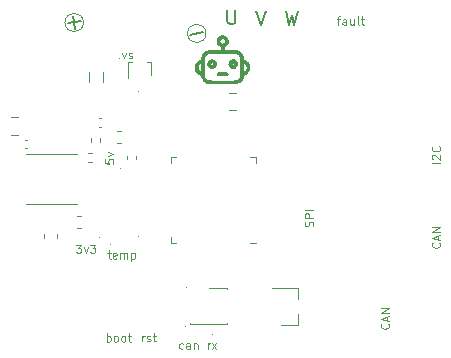
<source format=gto>
G04 #@! TF.GenerationSoftware,KiCad,Pcbnew,(6.0.0-0)*
G04 #@! TF.CreationDate,2022-01-16T01:34:20+01:00*
G04 #@! TF.ProjectId,ESCv4.3,45534376-342e-4332-9e6b-696361645f70,rev?*
G04 #@! TF.SameCoordinates,Original*
G04 #@! TF.FileFunction,Legend,Top*
G04 #@! TF.FilePolarity,Positive*
%FSLAX46Y46*%
G04 Gerber Fmt 4.6, Leading zero omitted, Abs format (unit mm)*
G04 Created by KiCad (PCBNEW (6.0.0-0)) date 2022-01-16 01:34:20*
%MOMM*%
%LPD*%
G01*
G04 APERTURE LIST*
%ADD10C,0.120000*%
%ADD11C,0.200000*%
%ADD12C,0.100000*%
%ADD13C,0.150000*%
%ADD14C,0.010000*%
G04 APERTURE END LIST*
D10*
X89059618Y-86200000D02*
G75*
G03*
X89059618Y-86200000I-784618J0D01*
G01*
X99434618Y-87125000D02*
G75*
G03*
X99434618Y-87125000I-784618J0D01*
G01*
X93730902Y-92025000D02*
G75*
G03*
X93730902Y-92025000I-55902J0D01*
G01*
X97793246Y-108630000D02*
G75*
G03*
X97793246Y-108630000I-63246J0D01*
G01*
D11*
X104500000Y-85192857D02*
X104100000Y-86392857D01*
X103700000Y-85192857D01*
X107204285Y-85192857D02*
X106918571Y-86392857D01*
X106690000Y-85535714D01*
X106461428Y-86392857D01*
X106175714Y-85192857D01*
D12*
X114860000Y-111701666D02*
X114893333Y-111735000D01*
X114926666Y-111835000D01*
X114926666Y-111901666D01*
X114893333Y-112001666D01*
X114826666Y-112068333D01*
X114760000Y-112101666D01*
X114626666Y-112135000D01*
X114526666Y-112135000D01*
X114393333Y-112101666D01*
X114326666Y-112068333D01*
X114260000Y-112001666D01*
X114226666Y-111901666D01*
X114226666Y-111835000D01*
X114260000Y-111735000D01*
X114293333Y-111701666D01*
X114726666Y-111435000D02*
X114726666Y-111101666D01*
X114926666Y-111501666D02*
X114226666Y-111268333D01*
X114926666Y-111035000D01*
X114926666Y-110801666D02*
X114226666Y-110801666D01*
X114926666Y-110401666D01*
X114226666Y-110401666D01*
X119190000Y-104840000D02*
X119223333Y-104873333D01*
X119256666Y-104973333D01*
X119256666Y-105040000D01*
X119223333Y-105140000D01*
X119156666Y-105206666D01*
X119090000Y-105240000D01*
X118956666Y-105273333D01*
X118856666Y-105273333D01*
X118723333Y-105240000D01*
X118656666Y-105206666D01*
X118590000Y-105140000D01*
X118556666Y-105040000D01*
X118556666Y-104973333D01*
X118590000Y-104873333D01*
X118623333Y-104840000D01*
X119056666Y-104573333D02*
X119056666Y-104240000D01*
X119256666Y-104640000D02*
X118556666Y-104406666D01*
X119256666Y-104173333D01*
X119256666Y-103940000D02*
X118556666Y-103940000D01*
X119256666Y-103540000D01*
X118556666Y-103540000D01*
X119256666Y-98088333D02*
X118556666Y-98088333D01*
X118623333Y-97788333D02*
X118590000Y-97755000D01*
X118556666Y-97688333D01*
X118556666Y-97521666D01*
X118590000Y-97455000D01*
X118623333Y-97421666D01*
X118690000Y-97388333D01*
X118756666Y-97388333D01*
X118856666Y-97421666D01*
X119256666Y-97821666D01*
X119256666Y-97388333D01*
X119190000Y-96688333D02*
X119223333Y-96721666D01*
X119256666Y-96821666D01*
X119256666Y-96888333D01*
X119223333Y-96988333D01*
X119156666Y-97055000D01*
X119090000Y-97088333D01*
X118956666Y-97121666D01*
X118856666Y-97121666D01*
X118723333Y-97088333D01*
X118656666Y-97055000D01*
X118590000Y-96988333D01*
X118556666Y-96888333D01*
X118556666Y-96821666D01*
X118590000Y-96721666D01*
X118623333Y-96688333D01*
X92325000Y-88770000D02*
X92491666Y-89236666D01*
X92658333Y-88770000D01*
X92891666Y-89203333D02*
X92958333Y-89236666D01*
X93091666Y-89236666D01*
X93158333Y-89203333D01*
X93191666Y-89136666D01*
X93191666Y-89103333D01*
X93158333Y-89036666D01*
X93091666Y-89003333D01*
X92991666Y-89003333D01*
X92925000Y-88970000D01*
X92891666Y-88903333D01*
X92891666Y-88870000D01*
X92925000Y-88803333D01*
X92991666Y-88770000D01*
X93091666Y-88770000D01*
X93158333Y-88803333D01*
X90891666Y-97790000D02*
X90891666Y-98123333D01*
X91225000Y-98156666D01*
X91191666Y-98123333D01*
X91158333Y-98056666D01*
X91158333Y-97890000D01*
X91191666Y-97823333D01*
X91225000Y-97790000D01*
X91291666Y-97756666D01*
X91458333Y-97756666D01*
X91525000Y-97790000D01*
X91558333Y-97823333D01*
X91591666Y-97890000D01*
X91591666Y-98056666D01*
X91558333Y-98123333D01*
X91525000Y-98156666D01*
X91125000Y-97523333D02*
X91591666Y-97356666D01*
X91125000Y-97190000D01*
X88438333Y-105006666D02*
X88871666Y-105006666D01*
X88638333Y-105273333D01*
X88738333Y-105273333D01*
X88805000Y-105306666D01*
X88838333Y-105340000D01*
X88871666Y-105406666D01*
X88871666Y-105573333D01*
X88838333Y-105640000D01*
X88805000Y-105673333D01*
X88738333Y-105706666D01*
X88538333Y-105706666D01*
X88471666Y-105673333D01*
X88438333Y-105640000D01*
X89105000Y-105240000D02*
X89271666Y-105706666D01*
X89438333Y-105240000D01*
X89638333Y-105006666D02*
X90071666Y-105006666D01*
X89838333Y-105273333D01*
X89938333Y-105273333D01*
X90005000Y-105306666D01*
X90038333Y-105340000D01*
X90071666Y-105406666D01*
X90071666Y-105573333D01*
X90038333Y-105640000D01*
X90005000Y-105673333D01*
X89938333Y-105706666D01*
X89738333Y-105706666D01*
X89671666Y-105673333D01*
X89638333Y-105640000D01*
X110518333Y-85925000D02*
X110785000Y-85925000D01*
X110618333Y-86391666D02*
X110618333Y-85791666D01*
X110651666Y-85725000D01*
X110718333Y-85691666D01*
X110785000Y-85691666D01*
X111318333Y-86391666D02*
X111318333Y-86025000D01*
X111285000Y-85958333D01*
X111218333Y-85925000D01*
X111085000Y-85925000D01*
X111018333Y-85958333D01*
X111318333Y-86358333D02*
X111251666Y-86391666D01*
X111085000Y-86391666D01*
X111018333Y-86358333D01*
X110985000Y-86291666D01*
X110985000Y-86225000D01*
X111018333Y-86158333D01*
X111085000Y-86125000D01*
X111251666Y-86125000D01*
X111318333Y-86091666D01*
X111951666Y-85925000D02*
X111951666Y-86391666D01*
X111651666Y-85925000D02*
X111651666Y-86291666D01*
X111685000Y-86358333D01*
X111751666Y-86391666D01*
X111851666Y-86391666D01*
X111918333Y-86358333D01*
X111951666Y-86325000D01*
X112385000Y-86391666D02*
X112318333Y-86358333D01*
X112285000Y-86291666D01*
X112285000Y-85691666D01*
X112551666Y-85925000D02*
X112818333Y-85925000D01*
X112651666Y-85691666D02*
X112651666Y-86291666D01*
X112685000Y-86358333D01*
X112751666Y-86391666D01*
X112818333Y-86391666D01*
X97481666Y-113803333D02*
X97415000Y-113836666D01*
X97281666Y-113836666D01*
X97215000Y-113803333D01*
X97181666Y-113770000D01*
X97148333Y-113703333D01*
X97148333Y-113503333D01*
X97181666Y-113436666D01*
X97215000Y-113403333D01*
X97281666Y-113370000D01*
X97415000Y-113370000D01*
X97481666Y-113403333D01*
X98081666Y-113836666D02*
X98081666Y-113470000D01*
X98048333Y-113403333D01*
X97981666Y-113370000D01*
X97848333Y-113370000D01*
X97781666Y-113403333D01*
X98081666Y-113803333D02*
X98015000Y-113836666D01*
X97848333Y-113836666D01*
X97781666Y-113803333D01*
X97748333Y-113736666D01*
X97748333Y-113670000D01*
X97781666Y-113603333D01*
X97848333Y-113570000D01*
X98015000Y-113570000D01*
X98081666Y-113536666D01*
X98415000Y-113370000D02*
X98415000Y-113836666D01*
X98415000Y-113436666D02*
X98448333Y-113403333D01*
X98515000Y-113370000D01*
X98615000Y-113370000D01*
X98681666Y-113403333D01*
X98715000Y-113470000D01*
X98715000Y-113836666D01*
X99581666Y-113836666D02*
X99581666Y-113370000D01*
X99581666Y-113503333D02*
X99615000Y-113436666D01*
X99648333Y-113403333D01*
X99715000Y-113370000D01*
X99781666Y-113370000D01*
X99948333Y-113836666D02*
X100315000Y-113370000D01*
X99948333Y-113370000D02*
X100315000Y-113836666D01*
X108463333Y-103466666D02*
X108496666Y-103366666D01*
X108496666Y-103200000D01*
X108463333Y-103133333D01*
X108430000Y-103100000D01*
X108363333Y-103066666D01*
X108296666Y-103066666D01*
X108230000Y-103100000D01*
X108196666Y-103133333D01*
X108163333Y-103200000D01*
X108130000Y-103333333D01*
X108096666Y-103400000D01*
X108063333Y-103433333D01*
X107996666Y-103466666D01*
X107930000Y-103466666D01*
X107863333Y-103433333D01*
X107830000Y-103400000D01*
X107796666Y-103333333D01*
X107796666Y-103166666D01*
X107830000Y-103066666D01*
X108496666Y-102766666D02*
X107796666Y-102766666D01*
X107796666Y-102500000D01*
X107830000Y-102433333D01*
X107863333Y-102400000D01*
X107930000Y-102366666D01*
X108030000Y-102366666D01*
X108096666Y-102400000D01*
X108130000Y-102433333D01*
X108163333Y-102500000D01*
X108163333Y-102766666D01*
X108496666Y-102066666D02*
X107796666Y-102066666D01*
X94036666Y-113206666D02*
X94036666Y-112740000D01*
X94036666Y-112873333D02*
X94070000Y-112806666D01*
X94103333Y-112773333D01*
X94170000Y-112740000D01*
X94236666Y-112740000D01*
X94436666Y-113173333D02*
X94503333Y-113206666D01*
X94636666Y-113206666D01*
X94703333Y-113173333D01*
X94736666Y-113106666D01*
X94736666Y-113073333D01*
X94703333Y-113006666D01*
X94636666Y-112973333D01*
X94536666Y-112973333D01*
X94470000Y-112940000D01*
X94436666Y-112873333D01*
X94436666Y-112840000D01*
X94470000Y-112773333D01*
X94536666Y-112740000D01*
X94636666Y-112740000D01*
X94703333Y-112773333D01*
X94936666Y-112740000D02*
X95203333Y-112740000D01*
X95036666Y-112506666D02*
X95036666Y-113106666D01*
X95070000Y-113173333D01*
X95136666Y-113206666D01*
X95203333Y-113206666D01*
X91016666Y-113216666D02*
X91016666Y-112516666D01*
X91016666Y-112783333D02*
X91083333Y-112750000D01*
X91216666Y-112750000D01*
X91283333Y-112783333D01*
X91316666Y-112816666D01*
X91350000Y-112883333D01*
X91350000Y-113083333D01*
X91316666Y-113150000D01*
X91283333Y-113183333D01*
X91216666Y-113216666D01*
X91083333Y-113216666D01*
X91016666Y-113183333D01*
X91750000Y-113216666D02*
X91683333Y-113183333D01*
X91650000Y-113150000D01*
X91616666Y-113083333D01*
X91616666Y-112883333D01*
X91650000Y-112816666D01*
X91683333Y-112783333D01*
X91750000Y-112750000D01*
X91850000Y-112750000D01*
X91916666Y-112783333D01*
X91950000Y-112816666D01*
X91983333Y-112883333D01*
X91983333Y-113083333D01*
X91950000Y-113150000D01*
X91916666Y-113183333D01*
X91850000Y-113216666D01*
X91750000Y-113216666D01*
X92383333Y-113216666D02*
X92316666Y-113183333D01*
X92283333Y-113150000D01*
X92250000Y-113083333D01*
X92250000Y-112883333D01*
X92283333Y-112816666D01*
X92316666Y-112783333D01*
X92383333Y-112750000D01*
X92483333Y-112750000D01*
X92550000Y-112783333D01*
X92583333Y-112816666D01*
X92616666Y-112883333D01*
X92616666Y-113083333D01*
X92583333Y-113150000D01*
X92550000Y-113183333D01*
X92483333Y-113216666D01*
X92383333Y-113216666D01*
X92816666Y-112750000D02*
X93083333Y-112750000D01*
X92916666Y-112516666D02*
X92916666Y-113116666D01*
X92950000Y-113183333D01*
X93016666Y-113216666D01*
X93083333Y-113216666D01*
X91085000Y-105725000D02*
X91351666Y-105725000D01*
X91185000Y-105491666D02*
X91185000Y-106091666D01*
X91218333Y-106158333D01*
X91285000Y-106191666D01*
X91351666Y-106191666D01*
X91851666Y-106158333D02*
X91785000Y-106191666D01*
X91651666Y-106191666D01*
X91585000Y-106158333D01*
X91551666Y-106091666D01*
X91551666Y-105825000D01*
X91585000Y-105758333D01*
X91651666Y-105725000D01*
X91785000Y-105725000D01*
X91851666Y-105758333D01*
X91885000Y-105825000D01*
X91885000Y-105891666D01*
X91551666Y-105958333D01*
X92185000Y-106191666D02*
X92185000Y-105725000D01*
X92185000Y-105791666D02*
X92218333Y-105758333D01*
X92285000Y-105725000D01*
X92385000Y-105725000D01*
X92451666Y-105758333D01*
X92485000Y-105825000D01*
X92485000Y-106191666D01*
X92485000Y-105825000D02*
X92518333Y-105758333D01*
X92585000Y-105725000D01*
X92685000Y-105725000D01*
X92751666Y-105758333D01*
X92785000Y-105825000D01*
X92785000Y-106191666D01*
X93118333Y-105725000D02*
X93118333Y-106425000D01*
X93118333Y-105758333D02*
X93185000Y-105725000D01*
X93318333Y-105725000D01*
X93385000Y-105758333D01*
X93418333Y-105791666D01*
X93451666Y-105858333D01*
X93451666Y-106058333D01*
X93418333Y-106125000D01*
X93385000Y-106158333D01*
X93318333Y-106191666D01*
X93185000Y-106191666D01*
X93118333Y-106158333D01*
D11*
X101912857Y-85142857D02*
X101912857Y-86114285D01*
X101855714Y-86228571D01*
X101798571Y-86285714D01*
X101684285Y-86342857D01*
X101455714Y-86342857D01*
X101341428Y-86285714D01*
X101284285Y-86228571D01*
X101227142Y-86114285D01*
X101227142Y-85142857D01*
D13*
G04 #@! TO.C,J1*
X87718116Y-86286471D02*
X88843611Y-86088016D01*
X88380091Y-86749991D02*
X88181636Y-85624496D01*
X98095857Y-87234742D02*
X99221352Y-87036287D01*
D12*
G04 #@! TO.C,D4*
X92175000Y-98575000D02*
G75*
G03*
X92175000Y-98575000I-50000J0D01*
G01*
D10*
G04 #@! TO.C,C29*
X101938578Y-93590000D02*
X101421422Y-93590000D01*
X101938578Y-92170000D02*
X101421422Y-92170000D01*
D12*
G04 #@! TO.C,D1*
X92150000Y-89210000D02*
G75*
G03*
X92150000Y-89210000I-50000J0D01*
G01*
G04 #@! TO.C,D3*
X100000000Y-112590000D02*
G75*
G03*
X100000000Y-112590000I-50000J0D01*
G01*
G04 #@! TO.C,D6*
X90400000Y-104420000D02*
G75*
G03*
X90400000Y-104420000I-50000J0D01*
G01*
D10*
G04 #@! TO.C,D7*
X107220000Y-108660000D02*
X107220000Y-109590000D01*
X107220000Y-111820000D02*
X107220000Y-110890000D01*
X107220000Y-108660000D02*
X105060000Y-108660000D01*
X107220000Y-111820000D02*
X105760000Y-111820000D01*
D12*
G04 #@! TO.C,D9*
X108420000Y-86060000D02*
G75*
G03*
X108420000Y-86060000I-50000J0D01*
G01*
D10*
G04 #@! TO.C,FB2*
X85760000Y-104137221D02*
X85760000Y-104462779D01*
X86780000Y-104137221D02*
X86780000Y-104462779D01*
G04 #@! TO.C,Q2*
X92820000Y-89520000D02*
X92820000Y-90930000D01*
X94740000Y-89520000D02*
X94430000Y-89520000D01*
X94740000Y-89520000D02*
X94740000Y-90680000D01*
X92820000Y-89520000D02*
X93130000Y-89520000D01*
G04 #@! TO.C,Q6*
X97765208Y-111915000D02*
G75*
G03*
X97765208Y-111915000I-60208J0D01*
G01*
G04 #@! TO.C,U3*
X98120000Y-111770000D02*
X98120000Y-111620000D01*
X99680000Y-108650000D02*
X101240000Y-108650000D01*
X98120000Y-111770000D02*
X101240000Y-111770000D01*
X101240000Y-108650000D02*
X101240000Y-108800000D01*
X101240000Y-111770000D02*
X101240000Y-111620000D01*
G04 #@! TO.C,U6*
X96925000Y-97630000D02*
X96450000Y-97630000D01*
X103195000Y-104850000D02*
X103670000Y-104850000D01*
X96450000Y-97630000D02*
X96450000Y-98105000D01*
X103670000Y-97630000D02*
X103670000Y-98105000D01*
X96925000Y-104850000D02*
X96450000Y-104850000D01*
X103195000Y-97630000D02*
X103670000Y-97630000D01*
X96450000Y-104850000D02*
X96450000Y-104375000D01*
G04 #@! TO.C,C17*
X88872779Y-103630000D02*
X88547221Y-103630000D01*
X88872779Y-102610000D02*
X88547221Y-102610000D01*
D14*
G04 #@! TO.C,G\u002A\u002A\u002A*
X100897813Y-87286727D02*
X100986492Y-87313754D01*
X100986492Y-87313754D02*
X101068214Y-87359470D01*
X101068214Y-87359470D02*
X101144220Y-87424424D01*
X101144220Y-87424424D02*
X101153277Y-87433813D01*
X101153277Y-87433813D02*
X101208120Y-87502035D01*
X101208120Y-87502035D02*
X101246130Y-87574369D01*
X101246130Y-87574369D02*
X101268500Y-87654251D01*
X101268500Y-87654251D02*
X101276428Y-87745117D01*
X101276428Y-87745117D02*
X101275802Y-87785832D01*
X101275802Y-87785832D02*
X101273144Y-87834676D01*
X101273144Y-87834676D02*
X101268585Y-87870803D01*
X101268585Y-87870803D02*
X101260295Y-87901815D01*
X101260295Y-87901815D02*
X101246443Y-87935313D01*
X101246443Y-87935313D02*
X101233155Y-87962900D01*
X101233155Y-87962900D02*
X101181950Y-88046937D01*
X101181950Y-88046937D02*
X101118455Y-88115385D01*
X101118455Y-88115385D02*
X101040771Y-88170118D01*
X101040771Y-88170118D02*
X101003514Y-88189440D01*
X101003514Y-88189440D02*
X100922471Y-88227800D01*
X100922471Y-88227800D02*
X100922195Y-88387820D01*
X100922195Y-88387820D02*
X100921920Y-88547840D01*
X100921920Y-88547840D02*
X101417220Y-88548016D01*
X101417220Y-88548016D02*
X101539095Y-88548140D01*
X101539095Y-88548140D02*
X101642638Y-88548523D01*
X101642638Y-88548523D02*
X101729835Y-88549319D01*
X101729835Y-88549319D02*
X101802672Y-88550683D01*
X101802672Y-88550683D02*
X101863137Y-88552769D01*
X101863137Y-88552769D02*
X101913215Y-88555733D01*
X101913215Y-88555733D02*
X101954894Y-88559728D01*
X101954894Y-88559728D02*
X101990160Y-88564911D01*
X101990160Y-88564911D02*
X102021001Y-88571434D01*
X102021001Y-88571434D02*
X102049402Y-88579454D01*
X102049402Y-88579454D02*
X102077351Y-88589124D01*
X102077351Y-88589124D02*
X102106834Y-88600601D01*
X102106834Y-88600601D02*
X102110281Y-88601990D01*
X102110281Y-88601990D02*
X102197129Y-88642841D01*
X102197129Y-88642841D02*
X102274410Y-88692609D01*
X102274410Y-88692609D02*
X102349244Y-88756025D01*
X102349244Y-88756025D02*
X102365153Y-88771360D01*
X102365153Y-88771360D02*
X102447560Y-88865663D01*
X102447560Y-88865663D02*
X102511593Y-88968636D01*
X102511593Y-88968636D02*
X102551969Y-89064145D01*
X102551969Y-89064145D02*
X102569983Y-89127449D01*
X102569983Y-89127449D02*
X102584764Y-89198991D01*
X102584764Y-89198991D02*
X102594734Y-89269740D01*
X102594734Y-89269740D02*
X102598320Y-89329764D01*
X102598320Y-89329764D02*
X102599879Y-89355382D01*
X102599879Y-89355382D02*
X102608524Y-89367841D01*
X102608524Y-89367841D02*
X102630203Y-89374270D01*
X102630203Y-89374270D02*
X102636420Y-89375422D01*
X102636420Y-89375422D02*
X102683138Y-89389054D01*
X102683138Y-89389054D02*
X102738766Y-89413237D01*
X102738766Y-89413237D02*
X102797289Y-89444730D01*
X102797289Y-89444730D02*
X102852698Y-89480289D01*
X102852698Y-89480289D02*
X102898981Y-89516672D01*
X102898981Y-89516672D02*
X102900044Y-89517632D01*
X102900044Y-89517632D02*
X102966196Y-89587786D01*
X102966196Y-89587786D02*
X103024251Y-89669103D01*
X103024251Y-89669103D02*
X103069513Y-89754610D01*
X103069513Y-89754610D02*
X103083777Y-89790650D01*
X103083777Y-89790650D02*
X103102854Y-89864344D01*
X103102854Y-89864344D02*
X103113502Y-89948670D01*
X103113502Y-89948670D02*
X103115313Y-90035594D01*
X103115313Y-90035594D02*
X103107882Y-90117078D01*
X103107882Y-90117078D02*
X103101839Y-90148040D01*
X103101839Y-90148040D02*
X103067383Y-90251737D01*
X103067383Y-90251737D02*
X103015380Y-90348275D01*
X103015380Y-90348275D02*
X102948023Y-90435306D01*
X102948023Y-90435306D02*
X102867506Y-90510481D01*
X102867506Y-90510481D02*
X102776023Y-90571453D01*
X102776023Y-90571453D02*
X102675768Y-90615873D01*
X102675768Y-90615873D02*
X102659849Y-90621043D01*
X102659849Y-90621043D02*
X102628188Y-90632774D01*
X102628188Y-90632774D02*
X102605002Y-90644939D01*
X102605002Y-90644939D02*
X102597128Y-90652267D01*
X102597128Y-90652267D02*
X102592292Y-90668767D01*
X102592292Y-90668767D02*
X102586004Y-90699060D01*
X102586004Y-90699060D02*
X102579571Y-90736808D01*
X102579571Y-90736808D02*
X102579154Y-90739531D01*
X102579154Y-90739531D02*
X102552587Y-90848373D01*
X102552587Y-90848373D02*
X102507662Y-90952248D01*
X102507662Y-90952248D02*
X102446122Y-91049159D01*
X102446122Y-91049159D02*
X102369712Y-91137109D01*
X102369712Y-91137109D02*
X102280174Y-91214100D01*
X102280174Y-91214100D02*
X102179254Y-91278136D01*
X102179254Y-91278136D02*
X102068694Y-91327217D01*
X102068694Y-91327217D02*
X102064920Y-91328553D01*
X102064920Y-91328553D02*
X101983640Y-91357080D01*
X101983640Y-91357080D02*
X100825400Y-91358938D01*
X100825400Y-91358938D02*
X100639705Y-91359194D01*
X100639705Y-91359194D02*
X100473306Y-91359328D01*
X100473306Y-91359328D02*
X100325178Y-91359330D01*
X100325178Y-91359330D02*
X100194296Y-91359191D01*
X100194296Y-91359191D02*
X100079636Y-91358900D01*
X100079636Y-91358900D02*
X99980173Y-91358449D01*
X99980173Y-91358449D02*
X99894883Y-91357826D01*
X99894883Y-91357826D02*
X99822741Y-91357023D01*
X99822741Y-91357023D02*
X99762724Y-91356031D01*
X99762724Y-91356031D02*
X99713806Y-91354838D01*
X99713806Y-91354838D02*
X99674963Y-91353435D01*
X99674963Y-91353435D02*
X99645170Y-91351814D01*
X99645170Y-91351814D02*
X99623404Y-91349963D01*
X99623404Y-91349963D02*
X99608639Y-91347873D01*
X99608639Y-91347873D02*
X99606200Y-91347374D01*
X99606200Y-91347374D02*
X99495514Y-91313291D01*
X99495514Y-91313291D02*
X99391482Y-91262326D01*
X99391482Y-91262326D02*
X99296082Y-91196537D01*
X99296082Y-91196537D02*
X99211295Y-91117979D01*
X99211295Y-91117979D02*
X99139101Y-91028708D01*
X99139101Y-91028708D02*
X99081479Y-90930779D01*
X99081479Y-90930779D02*
X99040410Y-90826250D01*
X99040410Y-90826250D02*
X99020845Y-90739531D01*
X99020845Y-90739531D02*
X99014450Y-90701502D01*
X99014450Y-90701502D02*
X99008110Y-90670490D01*
X99008110Y-90670490D02*
X99003131Y-90652833D01*
X99003131Y-90652833D02*
X99002871Y-90652267D01*
X99002871Y-90652267D02*
X98989988Y-90641823D01*
X98989988Y-90641823D02*
X98963901Y-90629459D01*
X98963901Y-90629459D02*
X98940150Y-90621043D01*
X98940150Y-90621043D02*
X98850958Y-90586080D01*
X98850958Y-90586080D02*
X98769795Y-90537852D01*
X98769795Y-90537852D02*
X98691815Y-90473335D01*
X98691815Y-90473335D02*
X98671254Y-90453310D01*
X98671254Y-90453310D02*
X98597903Y-90368655D01*
X98597903Y-90368655D02*
X98543590Y-90279996D01*
X98543590Y-90279996D02*
X98507442Y-90185054D01*
X98507442Y-90185054D02*
X98488585Y-90081550D01*
X98488585Y-90081550D02*
X98486263Y-89981106D01*
X98486263Y-89981106D02*
X98730299Y-89981106D01*
X98730299Y-89981106D02*
X98735007Y-90061119D01*
X98735007Y-90061119D02*
X98735197Y-90062151D01*
X98735197Y-90062151D02*
X98760697Y-90151107D01*
X98760697Y-90151107D02*
X98801541Y-90228416D01*
X98801541Y-90228416D02*
X98847971Y-90283925D01*
X98847971Y-90283925D02*
X98879798Y-90311581D01*
X98879798Y-90311581D02*
X98915950Y-90337948D01*
X98915950Y-90337948D02*
X98951177Y-90359695D01*
X98951177Y-90359695D02*
X98980229Y-90373490D01*
X98980229Y-90373490D02*
X98994060Y-90376631D01*
X98994060Y-90376631D02*
X98995785Y-90366846D01*
X98995785Y-90366846D02*
X98997374Y-90338977D01*
X98997374Y-90338977D02*
X98998781Y-90295261D01*
X98998781Y-90295261D02*
X98999960Y-90237932D01*
X98999960Y-90237932D02*
X99000866Y-90169229D01*
X99000866Y-90169229D02*
X99001454Y-90091386D01*
X99001454Y-90091386D02*
X99001679Y-90006640D01*
X99001679Y-90006640D02*
X99001680Y-90000720D01*
X99001680Y-90000720D02*
X99001538Y-89915587D01*
X99001538Y-89915587D02*
X99001137Y-89837207D01*
X99001137Y-89837207D02*
X99000507Y-89767814D01*
X99000507Y-89767814D02*
X98999680Y-89709645D01*
X98999680Y-89709645D02*
X98999662Y-89708824D01*
X98999662Y-89708824D02*
X99257260Y-89708824D01*
X99257260Y-89708824D02*
X99257471Y-89855018D01*
X99257471Y-89855018D02*
X99257896Y-89986108D01*
X99257896Y-89986108D02*
X99260760Y-90717000D01*
X99260760Y-90717000D02*
X99284692Y-90776336D01*
X99284692Y-90776336D02*
X99332893Y-90870437D01*
X99332893Y-90870437D02*
X99395619Y-90951517D01*
X99395619Y-90951517D02*
X99471243Y-91018202D01*
X99471243Y-91018202D02*
X99558139Y-91069117D01*
X99558139Y-91069117D02*
X99654680Y-91102889D01*
X99654680Y-91102889D02*
X99677320Y-91107936D01*
X99677320Y-91107936D02*
X99694270Y-91109301D01*
X99694270Y-91109301D02*
X99729894Y-91110558D01*
X99729894Y-91110558D02*
X99782544Y-91111708D01*
X99782544Y-91111708D02*
X99850573Y-91112749D01*
X99850573Y-91112749D02*
X99932335Y-91113681D01*
X99932335Y-91113681D02*
X100026182Y-91114502D01*
X100026182Y-91114502D02*
X100130469Y-91115214D01*
X100130469Y-91115214D02*
X100243547Y-91115814D01*
X100243547Y-91115814D02*
X100363772Y-91116302D01*
X100363772Y-91116302D02*
X100489495Y-91116677D01*
X100489495Y-91116677D02*
X100619069Y-91116940D01*
X100619069Y-91116940D02*
X100750849Y-91117088D01*
X100750849Y-91117088D02*
X100883187Y-91117122D01*
X100883187Y-91117122D02*
X101014437Y-91117041D01*
X101014437Y-91117041D02*
X101142951Y-91116844D01*
X101142951Y-91116844D02*
X101267084Y-91116530D01*
X101267084Y-91116530D02*
X101385187Y-91116099D01*
X101385187Y-91116099D02*
X101495615Y-91115550D01*
X101495615Y-91115550D02*
X101596721Y-91114883D01*
X101596721Y-91114883D02*
X101686857Y-91114096D01*
X101686857Y-91114096D02*
X101764377Y-91113189D01*
X101764377Y-91113189D02*
X101827635Y-91112162D01*
X101827635Y-91112162D02*
X101874983Y-91111014D01*
X101874983Y-91111014D02*
X101904775Y-91109744D01*
X101904775Y-91109744D02*
X101914014Y-91108839D01*
X101914014Y-91108839D02*
X102014770Y-91079864D01*
X102014770Y-91079864D02*
X102105507Y-91033636D01*
X102105507Y-91033636D02*
X102184854Y-90971291D01*
X102184854Y-90971291D02*
X102251441Y-90893965D01*
X102251441Y-90893965D02*
X102303899Y-90802793D01*
X102303899Y-90802793D02*
X102315307Y-90776336D01*
X102315307Y-90776336D02*
X102339240Y-90717000D01*
X102339240Y-90717000D02*
X102342068Y-89994918D01*
X102342068Y-89994918D02*
X102598320Y-89994918D01*
X102598320Y-89994918D02*
X102598320Y-90378009D01*
X102598320Y-90378009D02*
X102621180Y-90371365D01*
X102621180Y-90371365D02*
X102641503Y-90362282D01*
X102641503Y-90362282D02*
X102671333Y-90345356D01*
X102671333Y-90345356D02*
X102698977Y-90327702D01*
X102698977Y-90327702D02*
X102764323Y-90272274D01*
X102764323Y-90272274D02*
X102814104Y-90206280D01*
X102814104Y-90206280D02*
X102848092Y-90132482D01*
X102848092Y-90132482D02*
X102866060Y-90053646D01*
X102866060Y-90053646D02*
X102867780Y-89972533D01*
X102867780Y-89972533D02*
X102853025Y-89891909D01*
X102853025Y-89891909D02*
X102821565Y-89814536D01*
X102821565Y-89814536D02*
X102773174Y-89743177D01*
X102773174Y-89743177D02*
X102749301Y-89717211D01*
X102749301Y-89717211D02*
X102723071Y-89694374D01*
X102723071Y-89694374D02*
X102690114Y-89670270D01*
X102690114Y-89670270D02*
X102655868Y-89648353D01*
X102655868Y-89648353D02*
X102625770Y-89632075D01*
X102625770Y-89632075D02*
X102605260Y-89624887D01*
X102605260Y-89624887D02*
X102603737Y-89624800D01*
X102603737Y-89624800D02*
X102602511Y-89634587D01*
X102602511Y-89634587D02*
X102601383Y-89662460D01*
X102601383Y-89662460D02*
X102600383Y-89706185D01*
X102600383Y-89706185D02*
X102599545Y-89763528D01*
X102599545Y-89763528D02*
X102598900Y-89832253D01*
X102598900Y-89832253D02*
X102598481Y-89910128D01*
X102598481Y-89910128D02*
X102598320Y-89994918D01*
X102598320Y-89994918D02*
X102342068Y-89994918D01*
X102342068Y-89994918D02*
X102342103Y-89986108D01*
X102342103Y-89986108D02*
X102342599Y-89817897D01*
X102342599Y-89817897D02*
X102342690Y-89669966D01*
X102342690Y-89669966D02*
X102342376Y-89542280D01*
X102342376Y-89542280D02*
X102341655Y-89434804D01*
X102341655Y-89434804D02*
X102340528Y-89347501D01*
X102340528Y-89347501D02*
X102338994Y-89280338D01*
X102338994Y-89280338D02*
X102337053Y-89233277D01*
X102337053Y-89233277D02*
X102334705Y-89206284D01*
X102334705Y-89206284D02*
X102334153Y-89203128D01*
X102334153Y-89203128D02*
X102305381Y-89113147D01*
X102305381Y-89113147D02*
X102258852Y-89029381D01*
X102258852Y-89029381D02*
X102196771Y-88954269D01*
X102196771Y-88954269D02*
X102121347Y-88890251D01*
X102121347Y-88890251D02*
X102034787Y-88839765D01*
X102034787Y-88839765D02*
X101987567Y-88820195D01*
X101987567Y-88820195D02*
X101922680Y-88796760D01*
X101922680Y-88796760D02*
X100860960Y-88793810D01*
X100860960Y-88793810D02*
X100678065Y-88793406D01*
X100678065Y-88793406D02*
X100508705Y-88793243D01*
X100508705Y-88793243D02*
X100353591Y-88793317D01*
X100353591Y-88793317D02*
X100213436Y-88793623D01*
X100213436Y-88793623D02*
X100088950Y-88794158D01*
X100088950Y-88794158D02*
X99980845Y-88794916D01*
X99980845Y-88794916D02*
X99889834Y-88795892D01*
X99889834Y-88795892D02*
X99816628Y-88797083D01*
X99816628Y-88797083D02*
X99761939Y-88798484D01*
X99761939Y-88798484D02*
X99726479Y-88800091D01*
X99726479Y-88800091D02*
X99715699Y-88801027D01*
X99715699Y-88801027D02*
X99620158Y-88820103D01*
X99620158Y-88820103D02*
X99535591Y-88853754D01*
X99535591Y-88853754D02*
X99457942Y-88904001D01*
X99457942Y-88904001D02*
X99394906Y-88960702D01*
X99394906Y-88960702D02*
X99351044Y-89014665D01*
X99351044Y-89014665D02*
X99311586Y-89080577D01*
X99311586Y-89080577D02*
X99281011Y-89150069D01*
X99281011Y-89150069D02*
X99266263Y-89201120D01*
X99266263Y-89201120D02*
X99263817Y-89221902D01*
X99263817Y-89221902D02*
X99261767Y-89259099D01*
X99261767Y-89259099D02*
X99260107Y-89313212D01*
X99260107Y-89313212D02*
X99258832Y-89384740D01*
X99258832Y-89384740D02*
X99257936Y-89474185D01*
X99257936Y-89474185D02*
X99257414Y-89582046D01*
X99257414Y-89582046D02*
X99257260Y-89708824D01*
X99257260Y-89708824D02*
X98999662Y-89708824D01*
X98999662Y-89708824D02*
X98998690Y-89664937D01*
X98998690Y-89664937D02*
X98997568Y-89635925D01*
X98997568Y-89635925D02*
X98996347Y-89624846D01*
X98996347Y-89624846D02*
X98996262Y-89624800D01*
X98996262Y-89624800D02*
X98984903Y-89629030D01*
X98984903Y-89629030D02*
X98961467Y-89639909D01*
X98961467Y-89639909D02*
X98941661Y-89649722D01*
X98941661Y-89649722D02*
X98874136Y-89694720D01*
X98874136Y-89694720D02*
X98817417Y-89753994D01*
X98817417Y-89753994D02*
X98773325Y-89823907D01*
X98773325Y-89823907D02*
X98743678Y-89900823D01*
X98743678Y-89900823D02*
X98730299Y-89981106D01*
X98730299Y-89981106D02*
X98486263Y-89981106D01*
X98486263Y-89981106D02*
X98486011Y-89970240D01*
X98486011Y-89970240D02*
X98499675Y-89856454D01*
X98499675Y-89856454D02*
X98530953Y-89752407D01*
X98530953Y-89752407D02*
X98580374Y-89656961D01*
X98580374Y-89656961D02*
X98648471Y-89568981D01*
X98648471Y-89568981D02*
X98695749Y-89521827D01*
X98695749Y-89521827D02*
X98744241Y-89482847D01*
X98744241Y-89482847D02*
X98801319Y-89445465D01*
X98801319Y-89445465D02*
X98861106Y-89412906D01*
X98861106Y-89412906D02*
X98917722Y-89388396D01*
X98917722Y-89388396D02*
X98962147Y-89375691D01*
X98962147Y-89375691D02*
X98998814Y-89369076D01*
X98998814Y-89369076D02*
X99005526Y-89281764D01*
X99005526Y-89281764D02*
X99018584Y-89175277D01*
X99018584Y-89175277D02*
X99041005Y-89081731D01*
X99041005Y-89081731D02*
X99072413Y-88999184D01*
X99072413Y-88999184D02*
X99131669Y-88892678D01*
X99131669Y-88892678D02*
X99207208Y-88796976D01*
X99207208Y-88796976D02*
X99297058Y-88713954D01*
X99297058Y-88713954D02*
X99399247Y-88645489D01*
X99399247Y-88645489D02*
X99489718Y-88601990D01*
X99489718Y-88601990D02*
X99519494Y-88590304D01*
X99519494Y-88590304D02*
X99547515Y-88580441D01*
X99547515Y-88580441D02*
X99575768Y-88572246D01*
X99575768Y-88572246D02*
X99606240Y-88565564D01*
X99606240Y-88565564D02*
X99640918Y-88560241D01*
X99640918Y-88560241D02*
X99681789Y-88556122D01*
X99681789Y-88556122D02*
X99730839Y-88553052D01*
X99730839Y-88553052D02*
X99790055Y-88550876D01*
X99790055Y-88550876D02*
X99861424Y-88549440D01*
X99861424Y-88549440D02*
X99946932Y-88548588D01*
X99946932Y-88548588D02*
X100048566Y-88548167D01*
X100048566Y-88548167D02*
X100168313Y-88548022D01*
X100168313Y-88548022D02*
X100182780Y-88548016D01*
X100182780Y-88548016D02*
X100678080Y-88547840D01*
X100678080Y-88547840D02*
X100677528Y-88227800D01*
X100677528Y-88227800D02*
X100596485Y-88189440D01*
X100596485Y-88189440D02*
X100512285Y-88139900D01*
X100512285Y-88139900D02*
X100443071Y-88077431D01*
X100443071Y-88077431D02*
X100386943Y-88000160D01*
X100386943Y-88000160D02*
X100366844Y-87962900D01*
X100366844Y-87962900D02*
X100348246Y-87923490D01*
X100348246Y-87923490D02*
X100336437Y-87891656D01*
X100336437Y-87891656D02*
X100329583Y-87859793D01*
X100329583Y-87859793D02*
X100325856Y-87820302D01*
X100325856Y-87820302D02*
X100324197Y-87785832D01*
X100324197Y-87785832D02*
X100324530Y-87776150D01*
X100324530Y-87776150D02*
X100567793Y-87776150D01*
X100567793Y-87776150D02*
X100573296Y-87808799D01*
X100573296Y-87808799D02*
X100587985Y-87846563D01*
X100587985Y-87846563D02*
X100589225Y-87849284D01*
X100589225Y-87849284D02*
X100626373Y-87908143D01*
X100626373Y-87908143D02*
X100675500Y-87951746D01*
X100675500Y-87951746D02*
X100733880Y-87978863D01*
X100733880Y-87978863D02*
X100798786Y-87988263D01*
X100798786Y-87988263D02*
X100867493Y-87978713D01*
X100867493Y-87978713D02*
X100872558Y-87977248D01*
X100872558Y-87977248D02*
X100924102Y-87952151D01*
X100924102Y-87952151D02*
X100970263Y-87911541D01*
X100970263Y-87911541D02*
X101005930Y-87860223D01*
X101005930Y-87860223D02*
X101013119Y-87845106D01*
X101013119Y-87845106D02*
X101030063Y-87781666D01*
X101030063Y-87781666D02*
X101028163Y-87717976D01*
X101028163Y-87717976D02*
X101008560Y-87657463D01*
X101008560Y-87657463D02*
X100972395Y-87603553D01*
X100972395Y-87603553D02*
X100920809Y-87559673D01*
X100920809Y-87559673D02*
X100917368Y-87557508D01*
X100917368Y-87557508D02*
X100885246Y-87539783D01*
X100885246Y-87539783D02*
X100856158Y-87530451D01*
X100856158Y-87530451D02*
X100820627Y-87527031D01*
X100820627Y-87527031D02*
X100800000Y-87526760D01*
X100800000Y-87526760D02*
X100758473Y-87528329D01*
X100758473Y-87528329D02*
X100727657Y-87534691D01*
X100727657Y-87534691D02*
X100698074Y-87548330D01*
X100698074Y-87548330D02*
X100682631Y-87557508D01*
X100682631Y-87557508D02*
X100629545Y-87601749D01*
X100629545Y-87601749D02*
X100591817Y-87658085D01*
X100591817Y-87658085D02*
X100571376Y-87723444D01*
X100571376Y-87723444D02*
X100569514Y-87737500D01*
X100569514Y-87737500D02*
X100567793Y-87776150D01*
X100567793Y-87776150D02*
X100324530Y-87776150D01*
X100324530Y-87776150D02*
X100327664Y-87685192D01*
X100327664Y-87685192D02*
X100347175Y-87595952D01*
X100347175Y-87595952D02*
X100383495Y-87516115D01*
X100383495Y-87516115D02*
X100437391Y-87443681D01*
X100437391Y-87443681D02*
X100467047Y-87413474D01*
X100467047Y-87413474D02*
X100542351Y-87352479D01*
X100542351Y-87352479D02*
X100620339Y-87310443D01*
X100620339Y-87310443D02*
X100704337Y-87286017D01*
X100704337Y-87286017D02*
X100797668Y-87277848D01*
X100797668Y-87277848D02*
X100800938Y-87277839D01*
X100800938Y-87277839D02*
X100897813Y-87286727D01*
X100897813Y-87286727D02*
X100897813Y-87286727D01*
G36*
X98499675Y-89856454D02*
G01*
X98530953Y-89752407D01*
X98580374Y-89656961D01*
X98648471Y-89568981D01*
X98695749Y-89521827D01*
X98744241Y-89482847D01*
X98801319Y-89445465D01*
X98861106Y-89412906D01*
X98917722Y-89388396D01*
X98962147Y-89375691D01*
X98998814Y-89369076D01*
X99005526Y-89281764D01*
X99018584Y-89175277D01*
X99041005Y-89081731D01*
X99072413Y-88999184D01*
X99131669Y-88892678D01*
X99207208Y-88796976D01*
X99297058Y-88713954D01*
X99399247Y-88645489D01*
X99489718Y-88601990D01*
X99519494Y-88590304D01*
X99547515Y-88580441D01*
X99575768Y-88572246D01*
X99606240Y-88565564D01*
X99640918Y-88560241D01*
X99681789Y-88556122D01*
X99730839Y-88553052D01*
X99790055Y-88550876D01*
X99861424Y-88549440D01*
X99946932Y-88548588D01*
X100048566Y-88548167D01*
X100168313Y-88548022D01*
X100182780Y-88548016D01*
X100678080Y-88547840D01*
X100677528Y-88227800D01*
X100596485Y-88189440D01*
X100512285Y-88139900D01*
X100443071Y-88077431D01*
X100386943Y-88000160D01*
X100366844Y-87962900D01*
X100348246Y-87923490D01*
X100336437Y-87891656D01*
X100329583Y-87859793D01*
X100325856Y-87820302D01*
X100324197Y-87785832D01*
X100324530Y-87776150D01*
X100567793Y-87776150D01*
X100573296Y-87808799D01*
X100587985Y-87846563D01*
X100589225Y-87849284D01*
X100626373Y-87908143D01*
X100675500Y-87951746D01*
X100733880Y-87978863D01*
X100798786Y-87988263D01*
X100867493Y-87978713D01*
X100872558Y-87977248D01*
X100924102Y-87952151D01*
X100970263Y-87911541D01*
X101005930Y-87860223D01*
X101013119Y-87845106D01*
X101030063Y-87781666D01*
X101028163Y-87717976D01*
X101008560Y-87657463D01*
X100972395Y-87603553D01*
X100920809Y-87559673D01*
X100917368Y-87557508D01*
X100885246Y-87539783D01*
X100856158Y-87530451D01*
X100820627Y-87527031D01*
X100800000Y-87526760D01*
X100758473Y-87528329D01*
X100727657Y-87534691D01*
X100698074Y-87548330D01*
X100682631Y-87557508D01*
X100629545Y-87601749D01*
X100591817Y-87658085D01*
X100571376Y-87723444D01*
X100569514Y-87737500D01*
X100567793Y-87776150D01*
X100324530Y-87776150D01*
X100327664Y-87685192D01*
X100347175Y-87595952D01*
X100383495Y-87516115D01*
X100437391Y-87443681D01*
X100467047Y-87413474D01*
X100542351Y-87352479D01*
X100620339Y-87310443D01*
X100704337Y-87286017D01*
X100797668Y-87277848D01*
X100800938Y-87277839D01*
X100897813Y-87286727D01*
X100986492Y-87313754D01*
X101068214Y-87359470D01*
X101144220Y-87424424D01*
X101153277Y-87433813D01*
X101208120Y-87502035D01*
X101246130Y-87574369D01*
X101268500Y-87654251D01*
X101276428Y-87745117D01*
X101275802Y-87785832D01*
X101273144Y-87834676D01*
X101268585Y-87870803D01*
X101260295Y-87901815D01*
X101246443Y-87935313D01*
X101233155Y-87962900D01*
X101181950Y-88046937D01*
X101118455Y-88115385D01*
X101040771Y-88170118D01*
X101003514Y-88189440D01*
X100922471Y-88227800D01*
X100922195Y-88387820D01*
X100921920Y-88547840D01*
X101417220Y-88548016D01*
X101539095Y-88548140D01*
X101642638Y-88548523D01*
X101729835Y-88549319D01*
X101802672Y-88550683D01*
X101863137Y-88552769D01*
X101913215Y-88555733D01*
X101954894Y-88559728D01*
X101990160Y-88564911D01*
X102021001Y-88571434D01*
X102049402Y-88579454D01*
X102077351Y-88589124D01*
X102106834Y-88600601D01*
X102110281Y-88601990D01*
X102197129Y-88642841D01*
X102274410Y-88692609D01*
X102349244Y-88756025D01*
X102365153Y-88771360D01*
X102447560Y-88865663D01*
X102511593Y-88968636D01*
X102551969Y-89064145D01*
X102569983Y-89127449D01*
X102584764Y-89198991D01*
X102594734Y-89269740D01*
X102598320Y-89329764D01*
X102599879Y-89355382D01*
X102608524Y-89367841D01*
X102630203Y-89374270D01*
X102636420Y-89375422D01*
X102683138Y-89389054D01*
X102738766Y-89413237D01*
X102797289Y-89444730D01*
X102852698Y-89480289D01*
X102898981Y-89516672D01*
X102900044Y-89517632D01*
X102966196Y-89587786D01*
X103024251Y-89669103D01*
X103069513Y-89754610D01*
X103083777Y-89790650D01*
X103102854Y-89864344D01*
X103113502Y-89948670D01*
X103115313Y-90035594D01*
X103107882Y-90117078D01*
X103101839Y-90148040D01*
X103067383Y-90251737D01*
X103015380Y-90348275D01*
X102948023Y-90435306D01*
X102867506Y-90510481D01*
X102776023Y-90571453D01*
X102675768Y-90615873D01*
X102659849Y-90621043D01*
X102628188Y-90632774D01*
X102605002Y-90644939D01*
X102597128Y-90652267D01*
X102592292Y-90668767D01*
X102586004Y-90699060D01*
X102579571Y-90736808D01*
X102579154Y-90739531D01*
X102552587Y-90848373D01*
X102507662Y-90952248D01*
X102446122Y-91049159D01*
X102369712Y-91137109D01*
X102280174Y-91214100D01*
X102179254Y-91278136D01*
X102068694Y-91327217D01*
X102064920Y-91328553D01*
X101983640Y-91357080D01*
X100825400Y-91358938D01*
X100639705Y-91359194D01*
X100473306Y-91359328D01*
X100325178Y-91359330D01*
X100194296Y-91359191D01*
X100079636Y-91358900D01*
X99980173Y-91358449D01*
X99894883Y-91357826D01*
X99822741Y-91357023D01*
X99762724Y-91356031D01*
X99713806Y-91354838D01*
X99674963Y-91353435D01*
X99645170Y-91351814D01*
X99623404Y-91349963D01*
X99608639Y-91347873D01*
X99606200Y-91347374D01*
X99495514Y-91313291D01*
X99391482Y-91262326D01*
X99296082Y-91196537D01*
X99211295Y-91117979D01*
X99139101Y-91028708D01*
X99081479Y-90930779D01*
X99040410Y-90826250D01*
X99020845Y-90739531D01*
X99014450Y-90701502D01*
X99008110Y-90670490D01*
X99003131Y-90652833D01*
X99002871Y-90652267D01*
X98989988Y-90641823D01*
X98963901Y-90629459D01*
X98940150Y-90621043D01*
X98850958Y-90586080D01*
X98769795Y-90537852D01*
X98691815Y-90473335D01*
X98671254Y-90453310D01*
X98597903Y-90368655D01*
X98543590Y-90279996D01*
X98507442Y-90185054D01*
X98488585Y-90081550D01*
X98486263Y-89981106D01*
X98730299Y-89981106D01*
X98735007Y-90061119D01*
X98735197Y-90062151D01*
X98760697Y-90151107D01*
X98801541Y-90228416D01*
X98847971Y-90283925D01*
X98879798Y-90311581D01*
X98915950Y-90337948D01*
X98951177Y-90359695D01*
X98980229Y-90373490D01*
X98994060Y-90376631D01*
X98995785Y-90366846D01*
X98997374Y-90338977D01*
X98998781Y-90295261D01*
X98999960Y-90237932D01*
X99000866Y-90169229D01*
X99001454Y-90091386D01*
X99001679Y-90006640D01*
X99001680Y-90000720D01*
X99001538Y-89915587D01*
X99001137Y-89837207D01*
X99000507Y-89767814D01*
X98999680Y-89709645D01*
X98999662Y-89708824D01*
X99257260Y-89708824D01*
X99257471Y-89855018D01*
X99257896Y-89986108D01*
X99260760Y-90717000D01*
X99284692Y-90776336D01*
X99332893Y-90870437D01*
X99395619Y-90951517D01*
X99471243Y-91018202D01*
X99558139Y-91069117D01*
X99654680Y-91102889D01*
X99677320Y-91107936D01*
X99694270Y-91109301D01*
X99729894Y-91110558D01*
X99782544Y-91111708D01*
X99850573Y-91112749D01*
X99932335Y-91113681D01*
X100026182Y-91114502D01*
X100130469Y-91115214D01*
X100243547Y-91115814D01*
X100363772Y-91116302D01*
X100489495Y-91116677D01*
X100619069Y-91116940D01*
X100750849Y-91117088D01*
X100883187Y-91117122D01*
X101014437Y-91117041D01*
X101142951Y-91116844D01*
X101267084Y-91116530D01*
X101385187Y-91116099D01*
X101495615Y-91115550D01*
X101596721Y-91114883D01*
X101686857Y-91114096D01*
X101764377Y-91113189D01*
X101827635Y-91112162D01*
X101874983Y-91111014D01*
X101904775Y-91109744D01*
X101914014Y-91108839D01*
X102014770Y-91079864D01*
X102105507Y-91033636D01*
X102184854Y-90971291D01*
X102251441Y-90893965D01*
X102303899Y-90802793D01*
X102315307Y-90776336D01*
X102339240Y-90717000D01*
X102340568Y-90378009D01*
X102598320Y-90378009D01*
X102621180Y-90371365D01*
X102641503Y-90362282D01*
X102671333Y-90345356D01*
X102698977Y-90327702D01*
X102764323Y-90272274D01*
X102814104Y-90206280D01*
X102848092Y-90132482D01*
X102866060Y-90053646D01*
X102867780Y-89972533D01*
X102853025Y-89891909D01*
X102821565Y-89814536D01*
X102773174Y-89743177D01*
X102749301Y-89717211D01*
X102723071Y-89694374D01*
X102690114Y-89670270D01*
X102655868Y-89648353D01*
X102625770Y-89632075D01*
X102605260Y-89624887D01*
X102603737Y-89624800D01*
X102602511Y-89634587D01*
X102601383Y-89662460D01*
X102600383Y-89706185D01*
X102599545Y-89763528D01*
X102598900Y-89832253D01*
X102598481Y-89910128D01*
X102598320Y-89994918D01*
X102598320Y-90378009D01*
X102340568Y-90378009D01*
X102342068Y-89994918D01*
X102342103Y-89986108D01*
X102342599Y-89817897D01*
X102342690Y-89669966D01*
X102342376Y-89542280D01*
X102341655Y-89434804D01*
X102340528Y-89347501D01*
X102338994Y-89280338D01*
X102337053Y-89233277D01*
X102334705Y-89206284D01*
X102334153Y-89203128D01*
X102305381Y-89113147D01*
X102258852Y-89029381D01*
X102196771Y-88954269D01*
X102121347Y-88890251D01*
X102034787Y-88839765D01*
X101987567Y-88820195D01*
X101922680Y-88796760D01*
X100860960Y-88793810D01*
X100678065Y-88793406D01*
X100508705Y-88793243D01*
X100353591Y-88793317D01*
X100213436Y-88793623D01*
X100088950Y-88794158D01*
X99980845Y-88794916D01*
X99889834Y-88795892D01*
X99816628Y-88797083D01*
X99761939Y-88798484D01*
X99726479Y-88800091D01*
X99715699Y-88801027D01*
X99620158Y-88820103D01*
X99535591Y-88853754D01*
X99457942Y-88904001D01*
X99394906Y-88960702D01*
X99351044Y-89014665D01*
X99311586Y-89080577D01*
X99281011Y-89150069D01*
X99266263Y-89201120D01*
X99263817Y-89221902D01*
X99261767Y-89259099D01*
X99260107Y-89313212D01*
X99258832Y-89384740D01*
X99257936Y-89474185D01*
X99257414Y-89582046D01*
X99257260Y-89708824D01*
X98999662Y-89708824D01*
X98998690Y-89664937D01*
X98997568Y-89635925D01*
X98996347Y-89624846D01*
X98996262Y-89624800D01*
X98984903Y-89629030D01*
X98961467Y-89639909D01*
X98941661Y-89649722D01*
X98874136Y-89694720D01*
X98817417Y-89753994D01*
X98773325Y-89823907D01*
X98743678Y-89900823D01*
X98730299Y-89981106D01*
X98486263Y-89981106D01*
X98486011Y-89970240D01*
X98499675Y-89856454D01*
G37*
X98499675Y-89856454D02*
X98530953Y-89752407D01*
X98580374Y-89656961D01*
X98648471Y-89568981D01*
X98695749Y-89521827D01*
X98744241Y-89482847D01*
X98801319Y-89445465D01*
X98861106Y-89412906D01*
X98917722Y-89388396D01*
X98962147Y-89375691D01*
X98998814Y-89369076D01*
X99005526Y-89281764D01*
X99018584Y-89175277D01*
X99041005Y-89081731D01*
X99072413Y-88999184D01*
X99131669Y-88892678D01*
X99207208Y-88796976D01*
X99297058Y-88713954D01*
X99399247Y-88645489D01*
X99489718Y-88601990D01*
X99519494Y-88590304D01*
X99547515Y-88580441D01*
X99575768Y-88572246D01*
X99606240Y-88565564D01*
X99640918Y-88560241D01*
X99681789Y-88556122D01*
X99730839Y-88553052D01*
X99790055Y-88550876D01*
X99861424Y-88549440D01*
X99946932Y-88548588D01*
X100048566Y-88548167D01*
X100168313Y-88548022D01*
X100182780Y-88548016D01*
X100678080Y-88547840D01*
X100677528Y-88227800D01*
X100596485Y-88189440D01*
X100512285Y-88139900D01*
X100443071Y-88077431D01*
X100386943Y-88000160D01*
X100366844Y-87962900D01*
X100348246Y-87923490D01*
X100336437Y-87891656D01*
X100329583Y-87859793D01*
X100325856Y-87820302D01*
X100324197Y-87785832D01*
X100324530Y-87776150D01*
X100567793Y-87776150D01*
X100573296Y-87808799D01*
X100587985Y-87846563D01*
X100589225Y-87849284D01*
X100626373Y-87908143D01*
X100675500Y-87951746D01*
X100733880Y-87978863D01*
X100798786Y-87988263D01*
X100867493Y-87978713D01*
X100872558Y-87977248D01*
X100924102Y-87952151D01*
X100970263Y-87911541D01*
X101005930Y-87860223D01*
X101013119Y-87845106D01*
X101030063Y-87781666D01*
X101028163Y-87717976D01*
X101008560Y-87657463D01*
X100972395Y-87603553D01*
X100920809Y-87559673D01*
X100917368Y-87557508D01*
X100885246Y-87539783D01*
X100856158Y-87530451D01*
X100820627Y-87527031D01*
X100800000Y-87526760D01*
X100758473Y-87528329D01*
X100727657Y-87534691D01*
X100698074Y-87548330D01*
X100682631Y-87557508D01*
X100629545Y-87601749D01*
X100591817Y-87658085D01*
X100571376Y-87723444D01*
X100569514Y-87737500D01*
X100567793Y-87776150D01*
X100324530Y-87776150D01*
X100327664Y-87685192D01*
X100347175Y-87595952D01*
X100383495Y-87516115D01*
X100437391Y-87443681D01*
X100467047Y-87413474D01*
X100542351Y-87352479D01*
X100620339Y-87310443D01*
X100704337Y-87286017D01*
X100797668Y-87277848D01*
X100800938Y-87277839D01*
X100897813Y-87286727D01*
X100986492Y-87313754D01*
X101068214Y-87359470D01*
X101144220Y-87424424D01*
X101153277Y-87433813D01*
X101208120Y-87502035D01*
X101246130Y-87574369D01*
X101268500Y-87654251D01*
X101276428Y-87745117D01*
X101275802Y-87785832D01*
X101273144Y-87834676D01*
X101268585Y-87870803D01*
X101260295Y-87901815D01*
X101246443Y-87935313D01*
X101233155Y-87962900D01*
X101181950Y-88046937D01*
X101118455Y-88115385D01*
X101040771Y-88170118D01*
X101003514Y-88189440D01*
X100922471Y-88227800D01*
X100922195Y-88387820D01*
X100921920Y-88547840D01*
X101417220Y-88548016D01*
X101539095Y-88548140D01*
X101642638Y-88548523D01*
X101729835Y-88549319D01*
X101802672Y-88550683D01*
X101863137Y-88552769D01*
X101913215Y-88555733D01*
X101954894Y-88559728D01*
X101990160Y-88564911D01*
X102021001Y-88571434D01*
X102049402Y-88579454D01*
X102077351Y-88589124D01*
X102106834Y-88600601D01*
X102110281Y-88601990D01*
X102197129Y-88642841D01*
X102274410Y-88692609D01*
X102349244Y-88756025D01*
X102365153Y-88771360D01*
X102447560Y-88865663D01*
X102511593Y-88968636D01*
X102551969Y-89064145D01*
X102569983Y-89127449D01*
X102584764Y-89198991D01*
X102594734Y-89269740D01*
X102598320Y-89329764D01*
X102599879Y-89355382D01*
X102608524Y-89367841D01*
X102630203Y-89374270D01*
X102636420Y-89375422D01*
X102683138Y-89389054D01*
X102738766Y-89413237D01*
X102797289Y-89444730D01*
X102852698Y-89480289D01*
X102898981Y-89516672D01*
X102900044Y-89517632D01*
X102966196Y-89587786D01*
X103024251Y-89669103D01*
X103069513Y-89754610D01*
X103083777Y-89790650D01*
X103102854Y-89864344D01*
X103113502Y-89948670D01*
X103115313Y-90035594D01*
X103107882Y-90117078D01*
X103101839Y-90148040D01*
X103067383Y-90251737D01*
X103015380Y-90348275D01*
X102948023Y-90435306D01*
X102867506Y-90510481D01*
X102776023Y-90571453D01*
X102675768Y-90615873D01*
X102659849Y-90621043D01*
X102628188Y-90632774D01*
X102605002Y-90644939D01*
X102597128Y-90652267D01*
X102592292Y-90668767D01*
X102586004Y-90699060D01*
X102579571Y-90736808D01*
X102579154Y-90739531D01*
X102552587Y-90848373D01*
X102507662Y-90952248D01*
X102446122Y-91049159D01*
X102369712Y-91137109D01*
X102280174Y-91214100D01*
X102179254Y-91278136D01*
X102068694Y-91327217D01*
X102064920Y-91328553D01*
X101983640Y-91357080D01*
X100825400Y-91358938D01*
X100639705Y-91359194D01*
X100473306Y-91359328D01*
X100325178Y-91359330D01*
X100194296Y-91359191D01*
X100079636Y-91358900D01*
X99980173Y-91358449D01*
X99894883Y-91357826D01*
X99822741Y-91357023D01*
X99762724Y-91356031D01*
X99713806Y-91354838D01*
X99674963Y-91353435D01*
X99645170Y-91351814D01*
X99623404Y-91349963D01*
X99608639Y-91347873D01*
X99606200Y-91347374D01*
X99495514Y-91313291D01*
X99391482Y-91262326D01*
X99296082Y-91196537D01*
X99211295Y-91117979D01*
X99139101Y-91028708D01*
X99081479Y-90930779D01*
X99040410Y-90826250D01*
X99020845Y-90739531D01*
X99014450Y-90701502D01*
X99008110Y-90670490D01*
X99003131Y-90652833D01*
X99002871Y-90652267D01*
X98989988Y-90641823D01*
X98963901Y-90629459D01*
X98940150Y-90621043D01*
X98850958Y-90586080D01*
X98769795Y-90537852D01*
X98691815Y-90473335D01*
X98671254Y-90453310D01*
X98597903Y-90368655D01*
X98543590Y-90279996D01*
X98507442Y-90185054D01*
X98488585Y-90081550D01*
X98486263Y-89981106D01*
X98730299Y-89981106D01*
X98735007Y-90061119D01*
X98735197Y-90062151D01*
X98760697Y-90151107D01*
X98801541Y-90228416D01*
X98847971Y-90283925D01*
X98879798Y-90311581D01*
X98915950Y-90337948D01*
X98951177Y-90359695D01*
X98980229Y-90373490D01*
X98994060Y-90376631D01*
X98995785Y-90366846D01*
X98997374Y-90338977D01*
X98998781Y-90295261D01*
X98999960Y-90237932D01*
X99000866Y-90169229D01*
X99001454Y-90091386D01*
X99001679Y-90006640D01*
X99001680Y-90000720D01*
X99001538Y-89915587D01*
X99001137Y-89837207D01*
X99000507Y-89767814D01*
X98999680Y-89709645D01*
X98999662Y-89708824D01*
X99257260Y-89708824D01*
X99257471Y-89855018D01*
X99257896Y-89986108D01*
X99260760Y-90717000D01*
X99284692Y-90776336D01*
X99332893Y-90870437D01*
X99395619Y-90951517D01*
X99471243Y-91018202D01*
X99558139Y-91069117D01*
X99654680Y-91102889D01*
X99677320Y-91107936D01*
X99694270Y-91109301D01*
X99729894Y-91110558D01*
X99782544Y-91111708D01*
X99850573Y-91112749D01*
X99932335Y-91113681D01*
X100026182Y-91114502D01*
X100130469Y-91115214D01*
X100243547Y-91115814D01*
X100363772Y-91116302D01*
X100489495Y-91116677D01*
X100619069Y-91116940D01*
X100750849Y-91117088D01*
X100883187Y-91117122D01*
X101014437Y-91117041D01*
X101142951Y-91116844D01*
X101267084Y-91116530D01*
X101385187Y-91116099D01*
X101495615Y-91115550D01*
X101596721Y-91114883D01*
X101686857Y-91114096D01*
X101764377Y-91113189D01*
X101827635Y-91112162D01*
X101874983Y-91111014D01*
X101904775Y-91109744D01*
X101914014Y-91108839D01*
X102014770Y-91079864D01*
X102105507Y-91033636D01*
X102184854Y-90971291D01*
X102251441Y-90893965D01*
X102303899Y-90802793D01*
X102315307Y-90776336D01*
X102339240Y-90717000D01*
X102340568Y-90378009D01*
X102598320Y-90378009D01*
X102621180Y-90371365D01*
X102641503Y-90362282D01*
X102671333Y-90345356D01*
X102698977Y-90327702D01*
X102764323Y-90272274D01*
X102814104Y-90206280D01*
X102848092Y-90132482D01*
X102866060Y-90053646D01*
X102867780Y-89972533D01*
X102853025Y-89891909D01*
X102821565Y-89814536D01*
X102773174Y-89743177D01*
X102749301Y-89717211D01*
X102723071Y-89694374D01*
X102690114Y-89670270D01*
X102655868Y-89648353D01*
X102625770Y-89632075D01*
X102605260Y-89624887D01*
X102603737Y-89624800D01*
X102602511Y-89634587D01*
X102601383Y-89662460D01*
X102600383Y-89706185D01*
X102599545Y-89763528D01*
X102598900Y-89832253D01*
X102598481Y-89910128D01*
X102598320Y-89994918D01*
X102598320Y-90378009D01*
X102340568Y-90378009D01*
X102342068Y-89994918D01*
X102342103Y-89986108D01*
X102342599Y-89817897D01*
X102342690Y-89669966D01*
X102342376Y-89542280D01*
X102341655Y-89434804D01*
X102340528Y-89347501D01*
X102338994Y-89280338D01*
X102337053Y-89233277D01*
X102334705Y-89206284D01*
X102334153Y-89203128D01*
X102305381Y-89113147D01*
X102258852Y-89029381D01*
X102196771Y-88954269D01*
X102121347Y-88890251D01*
X102034787Y-88839765D01*
X101987567Y-88820195D01*
X101922680Y-88796760D01*
X100860960Y-88793810D01*
X100678065Y-88793406D01*
X100508705Y-88793243D01*
X100353591Y-88793317D01*
X100213436Y-88793623D01*
X100088950Y-88794158D01*
X99980845Y-88794916D01*
X99889834Y-88795892D01*
X99816628Y-88797083D01*
X99761939Y-88798484D01*
X99726479Y-88800091D01*
X99715699Y-88801027D01*
X99620158Y-88820103D01*
X99535591Y-88853754D01*
X99457942Y-88904001D01*
X99394906Y-88960702D01*
X99351044Y-89014665D01*
X99311586Y-89080577D01*
X99281011Y-89150069D01*
X99266263Y-89201120D01*
X99263817Y-89221902D01*
X99261767Y-89259099D01*
X99260107Y-89313212D01*
X99258832Y-89384740D01*
X99257936Y-89474185D01*
X99257414Y-89582046D01*
X99257260Y-89708824D01*
X98999662Y-89708824D01*
X98998690Y-89664937D01*
X98997568Y-89635925D01*
X98996347Y-89624846D01*
X98996262Y-89624800D01*
X98984903Y-89629030D01*
X98961467Y-89639909D01*
X98941661Y-89649722D01*
X98874136Y-89694720D01*
X98817417Y-89753994D01*
X98773325Y-89823907D01*
X98743678Y-89900823D01*
X98730299Y-89981106D01*
X98486263Y-89981106D01*
X98486011Y-89970240D01*
X98499675Y-89856454D01*
X101786438Y-89334923D02*
X101860362Y-89364017D01*
X101860362Y-89364017D02*
X101927592Y-89408719D01*
X101927592Y-89408719D02*
X101961498Y-89440766D01*
X101961498Y-89440766D02*
X102003048Y-89490304D01*
X102003048Y-89490304D02*
X102030682Y-89537184D01*
X102030682Y-89537184D02*
X102046804Y-89587721D01*
X102046804Y-89587721D02*
X102053812Y-89648229D01*
X102053812Y-89648229D02*
X102054653Y-89685760D01*
X102054653Y-89685760D02*
X102053911Y-89734946D01*
X102053911Y-89734946D02*
X102050751Y-89770757D01*
X102050751Y-89770757D02*
X102043964Y-89800101D01*
X102043964Y-89800101D02*
X102032341Y-89829888D01*
X102032341Y-89829888D02*
X102027630Y-89840156D01*
X102027630Y-89840156D02*
X101985181Y-89908250D01*
X101985181Y-89908250D02*
X101927574Y-89967261D01*
X101927574Y-89967261D02*
X101859504Y-90012457D01*
X101859504Y-90012457D02*
X101854096Y-90015163D01*
X101854096Y-90015163D02*
X101794477Y-90036172D01*
X101794477Y-90036172D02*
X101726104Y-90047373D01*
X101726104Y-90047373D02*
X101657164Y-90048111D01*
X101657164Y-90048111D02*
X101595845Y-90037726D01*
X101595845Y-90037726D02*
X101591160Y-90036282D01*
X101591160Y-90036282D02*
X101517714Y-90002449D01*
X101517714Y-90002449D02*
X101451949Y-89952363D01*
X101451949Y-89952363D02*
X101397684Y-89889722D01*
X101397684Y-89889722D02*
X101358734Y-89818223D01*
X101358734Y-89818223D02*
X101354470Y-89807022D01*
X101354470Y-89807022D02*
X101341188Y-89747663D01*
X101341188Y-89747663D02*
X101338719Y-89684108D01*
X101338719Y-89684108D02*
X101587400Y-89684108D01*
X101587400Y-89684108D02*
X101590132Y-89720703D01*
X101590132Y-89720703D02*
X101600213Y-89746279D01*
X101600213Y-89746279D02*
X101612240Y-89761364D01*
X101612240Y-89761364D02*
X101649739Y-89788228D01*
X101649739Y-89788228D02*
X101693251Y-89799195D01*
X101693251Y-89799195D02*
X101737070Y-89793905D01*
X101737070Y-89793905D02*
X101775492Y-89771998D01*
X101775492Y-89771998D02*
X101775831Y-89771693D01*
X101775831Y-89771693D02*
X101801822Y-89736117D01*
X101801822Y-89736117D02*
X101812073Y-89694572D01*
X101812073Y-89694572D02*
X101807006Y-89652520D01*
X101807006Y-89652520D02*
X101787043Y-89615425D01*
X101787043Y-89615425D02*
X101762106Y-89593872D01*
X101762106Y-89593872D02*
X101715745Y-89575793D01*
X101715745Y-89575793D02*
X101670018Y-89577052D01*
X101670018Y-89577052D02*
X101628082Y-89597431D01*
X101628082Y-89597431D02*
X101620580Y-89603646D01*
X101620580Y-89603646D02*
X101600035Y-89624795D01*
X101600035Y-89624795D02*
X101590260Y-89645783D01*
X101590260Y-89645783D02*
X101587457Y-89675817D01*
X101587457Y-89675817D02*
X101587400Y-89684108D01*
X101587400Y-89684108D02*
X101338719Y-89684108D01*
X101338719Y-89684108D02*
X101338530Y-89679264D01*
X101338530Y-89679264D02*
X101345973Y-89609777D01*
X101345973Y-89609777D02*
X101362998Y-89547152D01*
X101362998Y-89547152D02*
X101372955Y-89524665D01*
X101372955Y-89524665D02*
X101420513Y-89453516D01*
X101420513Y-89453516D02*
X101482451Y-89396017D01*
X101482451Y-89396017D02*
X101556986Y-89353504D01*
X101556986Y-89353504D02*
X101634304Y-89328956D01*
X101634304Y-89328956D02*
X101709770Y-89322786D01*
X101709770Y-89322786D02*
X101786438Y-89334923D01*
X101786438Y-89334923D02*
X101786438Y-89334923D01*
G36*
X101345973Y-89609777D02*
G01*
X101362998Y-89547152D01*
X101372955Y-89524665D01*
X101420513Y-89453516D01*
X101482451Y-89396017D01*
X101556986Y-89353504D01*
X101634304Y-89328956D01*
X101709770Y-89322786D01*
X101786438Y-89334923D01*
X101860362Y-89364017D01*
X101927592Y-89408719D01*
X101961498Y-89440766D01*
X102003048Y-89490304D01*
X102030682Y-89537184D01*
X102046804Y-89587721D01*
X102053812Y-89648229D01*
X102054653Y-89685760D01*
X102053911Y-89734946D01*
X102050751Y-89770757D01*
X102043964Y-89800101D01*
X102032341Y-89829888D01*
X102027630Y-89840156D01*
X101985181Y-89908250D01*
X101927574Y-89967261D01*
X101859504Y-90012457D01*
X101854096Y-90015163D01*
X101794477Y-90036172D01*
X101726104Y-90047373D01*
X101657164Y-90048111D01*
X101595845Y-90037726D01*
X101591160Y-90036282D01*
X101517714Y-90002449D01*
X101451949Y-89952363D01*
X101397684Y-89889722D01*
X101358734Y-89818223D01*
X101354470Y-89807022D01*
X101341188Y-89747663D01*
X101338719Y-89684108D01*
X101587400Y-89684108D01*
X101590132Y-89720703D01*
X101600213Y-89746279D01*
X101612240Y-89761364D01*
X101649739Y-89788228D01*
X101693251Y-89799195D01*
X101737070Y-89793905D01*
X101775492Y-89771998D01*
X101775831Y-89771693D01*
X101801822Y-89736117D01*
X101812073Y-89694572D01*
X101807006Y-89652520D01*
X101787043Y-89615425D01*
X101762106Y-89593872D01*
X101715745Y-89575793D01*
X101670018Y-89577052D01*
X101628082Y-89597431D01*
X101620580Y-89603646D01*
X101600035Y-89624795D01*
X101590260Y-89645783D01*
X101587457Y-89675817D01*
X101587400Y-89684108D01*
X101338719Y-89684108D01*
X101338530Y-89679264D01*
X101345973Y-89609777D01*
G37*
X101345973Y-89609777D02*
X101362998Y-89547152D01*
X101372955Y-89524665D01*
X101420513Y-89453516D01*
X101482451Y-89396017D01*
X101556986Y-89353504D01*
X101634304Y-89328956D01*
X101709770Y-89322786D01*
X101786438Y-89334923D01*
X101860362Y-89364017D01*
X101927592Y-89408719D01*
X101961498Y-89440766D01*
X102003048Y-89490304D01*
X102030682Y-89537184D01*
X102046804Y-89587721D01*
X102053812Y-89648229D01*
X102054653Y-89685760D01*
X102053911Y-89734946D01*
X102050751Y-89770757D01*
X102043964Y-89800101D01*
X102032341Y-89829888D01*
X102027630Y-89840156D01*
X101985181Y-89908250D01*
X101927574Y-89967261D01*
X101859504Y-90012457D01*
X101854096Y-90015163D01*
X101794477Y-90036172D01*
X101726104Y-90047373D01*
X101657164Y-90048111D01*
X101595845Y-90037726D01*
X101591160Y-90036282D01*
X101517714Y-90002449D01*
X101451949Y-89952363D01*
X101397684Y-89889722D01*
X101358734Y-89818223D01*
X101354470Y-89807022D01*
X101341188Y-89747663D01*
X101338719Y-89684108D01*
X101587400Y-89684108D01*
X101590132Y-89720703D01*
X101600213Y-89746279D01*
X101612240Y-89761364D01*
X101649739Y-89788228D01*
X101693251Y-89799195D01*
X101737070Y-89793905D01*
X101775492Y-89771998D01*
X101775831Y-89771693D01*
X101801822Y-89736117D01*
X101812073Y-89694572D01*
X101807006Y-89652520D01*
X101787043Y-89615425D01*
X101762106Y-89593872D01*
X101715745Y-89575793D01*
X101670018Y-89577052D01*
X101628082Y-89597431D01*
X101620580Y-89603646D01*
X101600035Y-89624795D01*
X101590260Y-89645783D01*
X101587457Y-89675817D01*
X101587400Y-89684108D01*
X101338719Y-89684108D01*
X101338530Y-89679264D01*
X101345973Y-89609777D01*
X100909648Y-90428074D02*
X100981977Y-90428995D01*
X100981977Y-90428995D02*
X101046828Y-90430394D01*
X101046828Y-90430394D02*
X101101111Y-90432273D01*
X101101111Y-90432273D02*
X101141740Y-90434630D01*
X101141740Y-90434630D02*
X101165625Y-90437466D01*
X101165625Y-90437466D02*
X101167646Y-90437953D01*
X101167646Y-90437953D02*
X101211414Y-90459753D01*
X101211414Y-90459753D02*
X101241917Y-90495255D01*
X101241917Y-90495255D02*
X101256393Y-90540837D01*
X101256393Y-90540837D02*
X101257200Y-90555368D01*
X101257200Y-90555368D02*
X101254299Y-90587576D01*
X101254299Y-90587576D02*
X101242839Y-90613313D01*
X101242839Y-90613313D02*
X101222430Y-90638409D01*
X101222430Y-90638409D02*
X101187660Y-90676360D01*
X101187660Y-90676360D02*
X100813490Y-90678862D01*
X100813490Y-90678862D02*
X100713891Y-90679423D01*
X100713891Y-90679423D02*
X100632589Y-90679599D01*
X100632589Y-90679599D02*
X100567562Y-90679326D01*
X100567562Y-90679326D02*
X100516788Y-90678540D01*
X100516788Y-90678540D02*
X100478247Y-90677174D01*
X100478247Y-90677174D02*
X100449917Y-90675164D01*
X100449917Y-90675164D02*
X100429776Y-90672446D01*
X100429776Y-90672446D02*
X100415805Y-90668955D01*
X100415805Y-90668955D02*
X100408318Y-90665870D01*
X100408318Y-90665870D02*
X100372744Y-90637810D01*
X100372744Y-90637810D02*
X100350436Y-90599059D01*
X100350436Y-90599059D02*
X100342542Y-90555050D01*
X100342542Y-90555050D02*
X100350214Y-90511222D01*
X100350214Y-90511222D02*
X100368853Y-90479316D01*
X100368853Y-90479316D02*
X100396369Y-90455638D01*
X100396369Y-90455638D02*
X100428900Y-90439007D01*
X100428900Y-90439007D02*
X100432353Y-90437953D01*
X100432353Y-90437953D02*
X100453340Y-90435042D01*
X100453340Y-90435042D02*
X100491553Y-90432610D01*
X100491553Y-90432610D02*
X100543904Y-90430656D01*
X100543904Y-90430656D02*
X100607306Y-90429182D01*
X100607306Y-90429182D02*
X100678669Y-90428186D01*
X100678669Y-90428186D02*
X100754906Y-90427670D01*
X100754906Y-90427670D02*
X100832928Y-90427633D01*
X100832928Y-90427633D02*
X100909648Y-90428074D01*
X100909648Y-90428074D02*
X100909648Y-90428074D01*
G36*
X100909648Y-90428074D02*
G01*
X100981977Y-90428995D01*
X101046828Y-90430394D01*
X101101111Y-90432273D01*
X101141740Y-90434630D01*
X101165625Y-90437466D01*
X101167646Y-90437953D01*
X101211414Y-90459753D01*
X101241917Y-90495255D01*
X101256393Y-90540837D01*
X101257200Y-90555368D01*
X101254299Y-90587576D01*
X101242839Y-90613313D01*
X101222430Y-90638409D01*
X101187660Y-90676360D01*
X100813490Y-90678862D01*
X100713891Y-90679423D01*
X100632589Y-90679599D01*
X100567562Y-90679326D01*
X100516788Y-90678540D01*
X100478247Y-90677174D01*
X100449917Y-90675164D01*
X100429776Y-90672446D01*
X100415805Y-90668955D01*
X100408318Y-90665870D01*
X100372744Y-90637810D01*
X100350436Y-90599059D01*
X100342542Y-90555050D01*
X100350214Y-90511222D01*
X100368853Y-90479316D01*
X100396369Y-90455638D01*
X100428900Y-90439007D01*
X100432353Y-90437953D01*
X100453340Y-90435042D01*
X100491553Y-90432610D01*
X100543904Y-90430656D01*
X100607306Y-90429182D01*
X100678669Y-90428186D01*
X100754906Y-90427670D01*
X100832928Y-90427633D01*
X100909648Y-90428074D01*
G37*
X100909648Y-90428074D02*
X100981977Y-90428995D01*
X101046828Y-90430394D01*
X101101111Y-90432273D01*
X101141740Y-90434630D01*
X101165625Y-90437466D01*
X101167646Y-90437953D01*
X101211414Y-90459753D01*
X101241917Y-90495255D01*
X101256393Y-90540837D01*
X101257200Y-90555368D01*
X101254299Y-90587576D01*
X101242839Y-90613313D01*
X101222430Y-90638409D01*
X101187660Y-90676360D01*
X100813490Y-90678862D01*
X100713891Y-90679423D01*
X100632589Y-90679599D01*
X100567562Y-90679326D01*
X100516788Y-90678540D01*
X100478247Y-90677174D01*
X100449917Y-90675164D01*
X100429776Y-90672446D01*
X100415805Y-90668955D01*
X100408318Y-90665870D01*
X100372744Y-90637810D01*
X100350436Y-90599059D01*
X100342542Y-90555050D01*
X100350214Y-90511222D01*
X100368853Y-90479316D01*
X100396369Y-90455638D01*
X100428900Y-90439007D01*
X100432353Y-90437953D01*
X100453340Y-90435042D01*
X100491553Y-90432610D01*
X100543904Y-90430656D01*
X100607306Y-90429182D01*
X100678669Y-90428186D01*
X100754906Y-90427670D01*
X100832928Y-90427633D01*
X100909648Y-90428074D01*
X99947036Y-89326741D02*
X99982275Y-89331646D01*
X99982275Y-89331646D02*
X100015837Y-89342321D01*
X100015837Y-89342321D02*
X100049696Y-89357274D01*
X100049696Y-89357274D02*
X100126241Y-89403754D01*
X100126241Y-89403754D02*
X100187873Y-89463990D01*
X100187873Y-89463990D02*
X100228153Y-89525393D01*
X100228153Y-89525393D02*
X100241103Y-89551799D01*
X100241103Y-89551799D02*
X100249380Y-89575572D01*
X100249380Y-89575572D02*
X100254010Y-89602534D01*
X100254010Y-89602534D02*
X100256020Y-89638509D01*
X100256020Y-89638509D02*
X100256440Y-89685760D01*
X100256440Y-89685760D02*
X100256080Y-89734476D01*
X100256080Y-89734476D02*
X100254181Y-89768904D01*
X100254181Y-89768904D02*
X100249514Y-89795073D01*
X100249514Y-89795073D02*
X100240851Y-89819011D01*
X100240851Y-89819011D02*
X100226962Y-89846749D01*
X100226962Y-89846749D02*
X100221592Y-89856712D01*
X100221592Y-89856712D02*
X100172167Y-89928228D01*
X100172167Y-89928228D02*
X100110652Y-89984085D01*
X100110652Y-89984085D02*
X100038711Y-90023224D01*
X100038711Y-90023224D02*
X99958002Y-90044585D01*
X99958002Y-90044585D02*
X99921715Y-90048009D01*
X99921715Y-90048009D02*
X99877023Y-90047777D01*
X99877023Y-90047777D02*
X99832740Y-90043815D01*
X99832740Y-90043815D02*
X99803098Y-90038102D01*
X99803098Y-90038102D02*
X99728127Y-90006700D01*
X99728127Y-90006700D02*
X99661534Y-89958469D01*
X99661534Y-89958469D02*
X99606235Y-89896147D01*
X99606235Y-89896147D02*
X99565139Y-89822475D01*
X99565139Y-89822475D02*
X99559854Y-89809229D01*
X99559854Y-89809229D02*
X99545079Y-89748174D01*
X99545079Y-89748174D02*
X99542471Y-89699922D01*
X99542471Y-89699922D02*
X99788225Y-89699922D01*
X99788225Y-89699922D02*
X99799539Y-89739396D01*
X99799539Y-89739396D02*
X99823656Y-89770614D01*
X99823656Y-89770614D02*
X99857024Y-89791496D01*
X99857024Y-89791496D02*
X99896095Y-89799966D01*
X99896095Y-89799966D02*
X99937319Y-89793947D01*
X99937319Y-89793947D02*
X99977145Y-89771360D01*
X99977145Y-89771360D02*
X99983591Y-89765657D01*
X99983591Y-89765657D02*
X100007673Y-89730916D01*
X100007673Y-89730916D02*
X100015525Y-89691330D01*
X100015525Y-89691330D02*
X100008950Y-89651419D01*
X100008950Y-89651419D02*
X99989752Y-89615701D01*
X99989752Y-89615701D02*
X99959735Y-89588694D01*
X99959735Y-89588694D02*
X99920702Y-89574916D01*
X99920702Y-89574916D02*
X99907089Y-89574037D01*
X99907089Y-89574037D02*
X99859617Y-89582888D01*
X99859617Y-89582888D02*
X99821435Y-89607515D01*
X99821435Y-89607515D02*
X99796412Y-89645192D01*
X99796412Y-89645192D02*
X99793262Y-89654267D01*
X99793262Y-89654267D02*
X99788225Y-89699922D01*
X99788225Y-89699922D02*
X99542471Y-89699922D01*
X99542471Y-89699922D02*
X99541314Y-89678539D01*
X99541314Y-89678539D02*
X99548296Y-89608652D01*
X99548296Y-89608652D02*
X99565764Y-89546841D01*
X99565764Y-89546841D02*
X99568279Y-89540972D01*
X99568279Y-89540972D02*
X99602246Y-89484248D01*
X99602246Y-89484248D02*
X99650320Y-89429757D01*
X99650320Y-89429757D02*
X99706614Y-89383333D01*
X99706614Y-89383333D02*
X99756340Y-89354658D01*
X99756340Y-89354658D02*
X99795504Y-89338692D01*
X99795504Y-89338692D02*
X99830915Y-89329806D01*
X99830915Y-89329806D02*
X99871925Y-89326124D01*
X99871925Y-89326124D02*
X99900840Y-89325634D01*
X99900840Y-89325634D02*
X99947036Y-89326741D01*
X99947036Y-89326741D02*
X99947036Y-89326741D01*
G36*
X99548296Y-89608652D02*
G01*
X99565764Y-89546841D01*
X99568279Y-89540972D01*
X99602246Y-89484248D01*
X99650320Y-89429757D01*
X99706614Y-89383333D01*
X99756340Y-89354658D01*
X99795504Y-89338692D01*
X99830915Y-89329806D01*
X99871925Y-89326124D01*
X99900840Y-89325634D01*
X99947036Y-89326741D01*
X99982275Y-89331646D01*
X100015837Y-89342321D01*
X100049696Y-89357274D01*
X100126241Y-89403754D01*
X100187873Y-89463990D01*
X100228153Y-89525393D01*
X100241103Y-89551799D01*
X100249380Y-89575572D01*
X100254010Y-89602534D01*
X100256020Y-89638509D01*
X100256440Y-89685760D01*
X100256080Y-89734476D01*
X100254181Y-89768904D01*
X100249514Y-89795073D01*
X100240851Y-89819011D01*
X100226962Y-89846749D01*
X100221592Y-89856712D01*
X100172167Y-89928228D01*
X100110652Y-89984085D01*
X100038711Y-90023224D01*
X99958002Y-90044585D01*
X99921715Y-90048009D01*
X99877023Y-90047777D01*
X99832740Y-90043815D01*
X99803098Y-90038102D01*
X99728127Y-90006700D01*
X99661534Y-89958469D01*
X99606235Y-89896147D01*
X99565139Y-89822475D01*
X99559854Y-89809229D01*
X99545079Y-89748174D01*
X99542471Y-89699922D01*
X99788225Y-89699922D01*
X99799539Y-89739396D01*
X99823656Y-89770614D01*
X99857024Y-89791496D01*
X99896095Y-89799966D01*
X99937319Y-89793947D01*
X99977145Y-89771360D01*
X99983591Y-89765657D01*
X100007673Y-89730916D01*
X100015525Y-89691330D01*
X100008950Y-89651419D01*
X99989752Y-89615701D01*
X99959735Y-89588694D01*
X99920702Y-89574916D01*
X99907089Y-89574037D01*
X99859617Y-89582888D01*
X99821435Y-89607515D01*
X99796412Y-89645192D01*
X99793262Y-89654267D01*
X99788225Y-89699922D01*
X99542471Y-89699922D01*
X99541314Y-89678539D01*
X99548296Y-89608652D01*
G37*
X99548296Y-89608652D02*
X99565764Y-89546841D01*
X99568279Y-89540972D01*
X99602246Y-89484248D01*
X99650320Y-89429757D01*
X99706614Y-89383333D01*
X99756340Y-89354658D01*
X99795504Y-89338692D01*
X99830915Y-89329806D01*
X99871925Y-89326124D01*
X99900840Y-89325634D01*
X99947036Y-89326741D01*
X99982275Y-89331646D01*
X100015837Y-89342321D01*
X100049696Y-89357274D01*
X100126241Y-89403754D01*
X100187873Y-89463990D01*
X100228153Y-89525393D01*
X100241103Y-89551799D01*
X100249380Y-89575572D01*
X100254010Y-89602534D01*
X100256020Y-89638509D01*
X100256440Y-89685760D01*
X100256080Y-89734476D01*
X100254181Y-89768904D01*
X100249514Y-89795073D01*
X100240851Y-89819011D01*
X100226962Y-89846749D01*
X100221592Y-89856712D01*
X100172167Y-89928228D01*
X100110652Y-89984085D01*
X100038711Y-90023224D01*
X99958002Y-90044585D01*
X99921715Y-90048009D01*
X99877023Y-90047777D01*
X99832740Y-90043815D01*
X99803098Y-90038102D01*
X99728127Y-90006700D01*
X99661534Y-89958469D01*
X99606235Y-89896147D01*
X99565139Y-89822475D01*
X99559854Y-89809229D01*
X99545079Y-89748174D01*
X99542471Y-89699922D01*
X99788225Y-89699922D01*
X99799539Y-89739396D01*
X99823656Y-89770614D01*
X99857024Y-89791496D01*
X99896095Y-89799966D01*
X99937319Y-89793947D01*
X99977145Y-89771360D01*
X99983591Y-89765657D01*
X100007673Y-89730916D01*
X100015525Y-89691330D01*
X100008950Y-89651419D01*
X99989752Y-89615701D01*
X99959735Y-89588694D01*
X99920702Y-89574916D01*
X99907089Y-89574037D01*
X99859617Y-89582888D01*
X99821435Y-89607515D01*
X99796412Y-89645192D01*
X99793262Y-89654267D01*
X99788225Y-89699922D01*
X99542471Y-89699922D01*
X99541314Y-89678539D01*
X99548296Y-89608652D01*
D12*
G04 #@! TO.C,D5*
X91335000Y-105025000D02*
G75*
G03*
X91335000Y-105025000I-50000J0D01*
G01*
D10*
G04 #@! TO.C,Q4*
X93735208Y-104310000D02*
G75*
G03*
X93735208Y-104310000I-60208J0D01*
G01*
G04 #@! TO.C,R8*
X93505000Y-97471359D02*
X93505000Y-97778641D01*
X92745000Y-97471359D02*
X92745000Y-97778641D01*
G04 #@! TO.C,C15*
X84307836Y-96115000D02*
X84092164Y-96115000D01*
X84307836Y-96835000D02*
X84092164Y-96835000D01*
G04 #@! TO.C,R11*
X90430000Y-96021359D02*
X90430000Y-96328641D01*
X89670000Y-96021359D02*
X89670000Y-96328641D01*
G04 #@! TO.C,R15*
X89778641Y-98030000D02*
X89471359Y-98030000D01*
X89778641Y-97270000D02*
X89471359Y-97270000D01*
G04 #@! TO.C,C14*
X83486252Y-95710000D02*
X82963748Y-95710000D01*
X83486252Y-94240000D02*
X82963748Y-94240000D01*
G04 #@! TO.C,FB1*
X90685000Y-91199622D02*
X90685000Y-90400378D01*
X89565000Y-91199622D02*
X89565000Y-90400378D01*
G04 #@! TO.C,C16*
X90582836Y-94290000D02*
X90367164Y-94290000D01*
X90582836Y-95010000D02*
X90367164Y-95010000D01*
G04 #@! TO.C,L1*
X84221000Y-97296000D02*
X88529000Y-97296000D01*
X88529000Y-101604000D02*
X84221000Y-101604000D01*
G04 #@! TO.C,C20*
X91934420Y-95390000D02*
X92215580Y-95390000D01*
X91934420Y-96410000D02*
X92215580Y-96410000D01*
G04 #@! TD*
M02*

</source>
